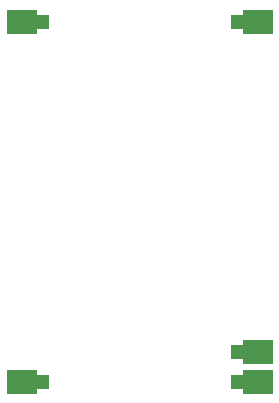
<source format=gbr>
%TF.GenerationSoftware,KiCad,Pcbnew,9.0.1+dfsg-1*%
%TF.CreationDate,2025-05-01T11:07:50+02:00*%
%TF.ProjectId,usb-c-power-in,7573622d-632d-4706-9f77-65722d696e2e,rev?*%
%TF.SameCoordinates,Original*%
%TF.FileFunction,Soldermask,Bot*%
%TF.FilePolarity,Negative*%
%FSLAX46Y46*%
G04 Gerber Fmt 4.6, Leading zero omitted, Abs format (unit mm)*
G04 Created by KiCad (PCBNEW 9.0.1+dfsg-1) date 2025-05-01 11:07:50*
%MOMM*%
%LPD*%
G01*
G04 APERTURE LIST*
G04 Aperture macros list*
%AMRoundRect*
0 Rectangle with rounded corners*
0 $1 Rounding radius*
0 $2 $3 $4 $5 $6 $7 $8 $9 X,Y pos of 4 corners*
0 Add a 4 corners polygon primitive as box body*
4,1,4,$2,$3,$4,$5,$6,$7,$8,$9,$2,$3,0*
0 Add four circle primitives for the rounded corners*
1,1,$1+$1,$2,$3*
1,1,$1+$1,$4,$5*
1,1,$1+$1,$6,$7*
1,1,$1+$1,$8,$9*
0 Add four rect primitives between the rounded corners*
20,1,$1+$1,$2,$3,$4,$5,0*
20,1,$1+$1,$4,$5,$6,$7,0*
20,1,$1+$1,$6,$7,$8,$9,0*
20,1,$1+$1,$8,$9,$2,$3,0*%
G04 Aperture macros list end*
%ADD10R,2.540000X2.000000*%
%ADD11RoundRect,0.250000X0.375000X0.375000X-0.375000X0.375000X-0.375000X-0.375000X0.375000X-0.375000X0*%
G04 APERTURE END LIST*
D10*
%TO.C,M1*%
X40128000Y-28270200D03*
D11*
X41828000Y-28270200D03*
D10*
X40128000Y-58750200D03*
D11*
X41828000Y-58750200D03*
X58428000Y-28270200D03*
D10*
X60128000Y-28270200D03*
D11*
X58428000Y-56210200D03*
D10*
X60128000Y-56210200D03*
D11*
X58428000Y-58750200D03*
D10*
X60128000Y-58750200D03*
%TD*%
M02*

</source>
